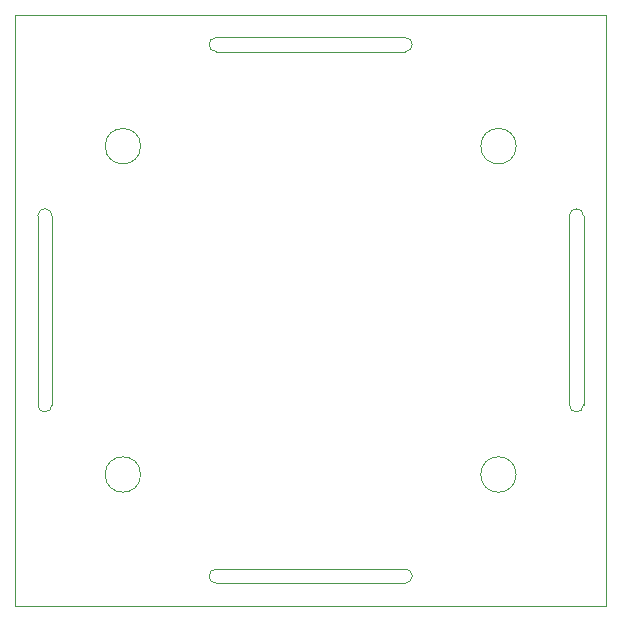
<source format=gm1>
G04 #@! TF.GenerationSoftware,KiCad,Pcbnew,7.0.2*
G04 #@! TF.CreationDate,2023-07-30T22:18:18-04:00*
G04 #@! TF.ProjectId,TopExternalFaceRev1,546f7045-7874-4657-926e-616c46616365,rev?*
G04 #@! TF.SameCoordinates,Original*
G04 #@! TF.FileFunction,Profile,NP*
%FSLAX46Y46*%
G04 Gerber Fmt 4.6, Leading zero omitted, Abs format (unit mm)*
G04 Created by KiCad (PCBNEW 7.0.2) date 2023-07-30 22:18:18*
%MOMM*%
%LPD*%
G01*
G04 APERTURE LIST*
G04 #@! TA.AperFunction,Profile*
%ADD10C,0.050000*%
G04 #@! TD*
G04 #@! TA.AperFunction,Profile*
%ADD11C,0.100000*%
G04 #@! TD*
G04 APERTURE END LIST*
D10*
X110600000Y-138900000D02*
G75*
G03*
X110600000Y-138900000I-1500000J0D01*
G01*
D11*
X146900000Y-117000000D02*
X146900000Y-125000000D01*
X103100000Y-117000000D02*
G75*
G03*
X101900000Y-117000000I-600000J0D01*
G01*
X125000000Y-103100000D02*
X133000000Y-103100000D01*
X125000000Y-146900000D02*
X117000000Y-146900000D01*
X117000000Y-101900000D02*
G75*
G03*
X117000000Y-103100000I0J-600000D01*
G01*
X148100000Y-117000000D02*
G75*
G03*
X146900000Y-117000000I-600000J0D01*
G01*
X117000000Y-103100000D02*
X125000000Y-103100000D01*
X125000000Y-148100000D02*
X133000000Y-148100000D01*
X117000000Y-148100000D02*
X125000000Y-148100000D01*
X101900000Y-125000000D02*
X101900000Y-133000000D01*
X146900000Y-125000000D02*
X146900000Y-133000000D01*
X117000000Y-146900000D02*
G75*
G03*
X117000000Y-148100000I0J-600000D01*
G01*
X133000000Y-148100000D02*
G75*
G03*
X133000000Y-146900000I0J600000D01*
G01*
X103100000Y-133000000D02*
X103100000Y-125000000D01*
D10*
X142400000Y-138900000D02*
G75*
G03*
X142400000Y-138900000I-1500000J0D01*
G01*
D11*
X150000000Y-150000000D02*
X100000000Y-150000000D01*
X148100000Y-125000000D02*
X148100000Y-117000000D01*
X101900000Y-133000000D02*
G75*
G03*
X103100000Y-133000000I600000J0D01*
G01*
X150000000Y-100000000D02*
X150000000Y-150000000D01*
D10*
X110600000Y-111100000D02*
G75*
G03*
X110600000Y-111100000I-1500000J0D01*
G01*
D11*
X133000000Y-103100000D02*
G75*
G03*
X133000000Y-101900000I0J600000D01*
G01*
X100000000Y-150000000D02*
X100000000Y-100000000D01*
X101900000Y-117000000D02*
X101900000Y-125000000D01*
D10*
X142400000Y-111100000D02*
G75*
G03*
X142400000Y-111100000I-1500000J0D01*
G01*
D11*
X103100000Y-125000000D02*
X103100000Y-117000000D01*
X133000000Y-146900000D02*
X125000000Y-146900000D01*
X100000000Y-100000000D02*
X150000000Y-100000000D01*
X148100000Y-133000000D02*
X148100000Y-125000000D01*
X125000000Y-101900000D02*
X117000000Y-101900000D01*
X133000000Y-101900000D02*
X125000000Y-101900000D01*
X146900000Y-133000000D02*
G75*
G03*
X148100000Y-133000000I600000J0D01*
G01*
M02*

</source>
